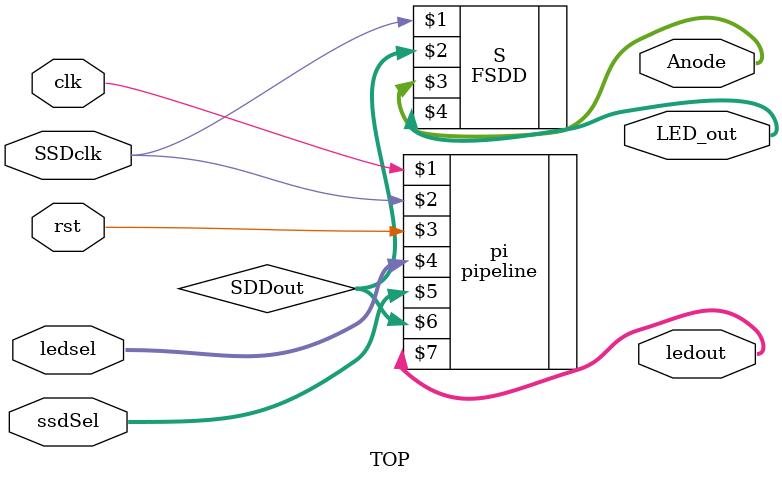
<source format=v>
`timescale 1ns / 1ps


module TOP(
input clk,
input rst,
input [1:0] ledsel,
input [3:0] ssdSel,
input SSDclk,
output [15:0] ledout,

output [3:0] Anode,
output [6:0] LED_out
    );
    wire [12:0] SDDout;
pipeline  pi( clk,
 SSDclk,
 rst,
ledsel,
  ssdSel,
SDDout,
ledout);
    
   FSDD S(
    SSDclk,
 SDDout,
  Anode,
  LED_out
 );
endmodule

</source>
